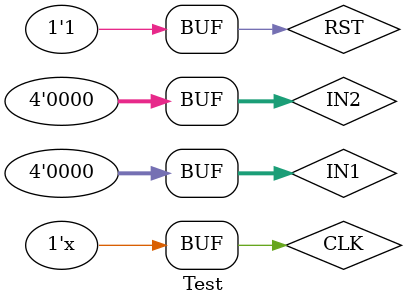
<source format=v>
`timescale 1ns / 1ps


module Test;

	// Inputs
	reg CLK;
	reg [3:0] IN1;
	reg [3:0] IN2;
	reg RST;

	// Outputs
	wire OUT_CLK;
	wire OUT1;

	// Instantiate the Unit Under Test (UUT)
	Prescaler uut (
		.CLK(CLK), 
		.IN1(IN1), 
		.IN2(IN2), 
		.RST(RST), 
		.OUT_CLK(OUT_CLK)
	);

	initial begin
		// Initialize Inputs
		CLK = 0;
		IN1 = 4'b0;
		IN2 = 4'b0;
		RST = 1;

		// Wait 100 ns for global reset to finish
		#100;
		RST=1;
        
		// Add stimulus here

	end
	always begin
	#20 CLK =~ CLK;
	end
      
endmodule


</source>
